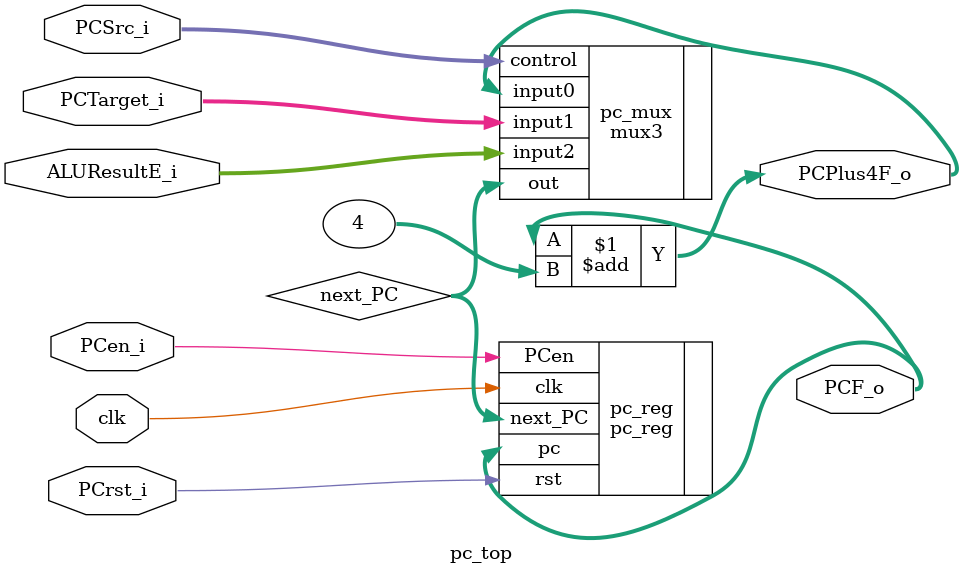
<source format=sv>
module pc_top #(
    parameter   DATA_WIDTH = 32 // changed back to 32 as input for instr mem has to be 32 bit

)(
    // interface signals
    input   logic                            clk,        // clock
    input   logic [DATA_WIDTH-1:0]           ALUResultE_i,        //edited
    input   logic [1:0]                      PCSrc_i,      //edited
    input   logic                            PCen_i,
    input   logic [DATA_WIDTH-1:0]           PCTarget_i, 
    input   logic                            PCrst_i,
    output  logic [DATA_WIDTH-1:0]           PCF_o,
    output  wire  [DATA_WIDTH-1:0]           PCPlus4F_o
);

logic [DATA_WIDTH-1:0]   next_PC; // interconnect wire

assign PCPlus4F_o = PCF_o + 32'b100;  //adding 4

mux3 pc_mux(
    .control    (PCSrc_i),
    .input0     (PCPlus4F_o),
    .input1     (PCTarget_i),
    .input2     (ALUResultE_i),
    .out        (next_PC)
);

pc_reg pc_reg(
    .clk        (clk),
    .rst        (PCrst_i),
    .PCen       (PCen_i),
    .next_PC    (next_PC),
    .pc         (PCF_o)
);

endmodule

</source>
